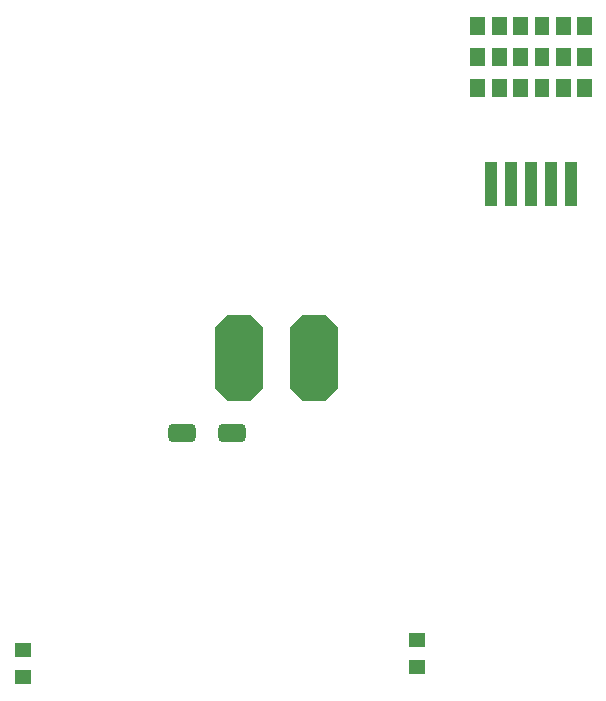
<source format=gtp>
G04*
G04 #@! TF.GenerationSoftware,Altium Limited,Altium Designer,21.3.2 (30)*
G04*
G04 Layer_Color=8421504*
%FSTAX44Y44*%
%MOMM*%
G71*
G04*
G04 #@! TF.SameCoordinates,1521B721-1041-421A-BEC2-2198B3717C83*
G04*
G04*
G04 #@! TF.FilePolarity,Positive*
G04*
G01*
G75*
%ADD20R,1.3970X1.2700*%
G04:AMPARAMS|DCode=21|XSize=2.33mm|YSize=1.55mm|CornerRadius=0.3875mm|HoleSize=0mm|Usage=FLASHONLY|Rotation=180.000|XOffset=0mm|YOffset=0mm|HoleType=Round|Shape=RoundedRectangle|*
%AMROUNDEDRECTD21*
21,1,2.3300,0.7750,0,0,180.0*
21,1,1.5550,1.5500,0,0,180.0*
1,1,0.7750,-0.7775,0.3875*
1,1,0.7750,0.7775,0.3875*
1,1,0.7750,0.7775,-0.3875*
1,1,0.7750,-0.7775,-0.3875*
%
%ADD21ROUNDEDRECTD21*%
G04:AMPARAMS|DCode=22|XSize=7.3mm|YSize=4mm|CornerRadius=0mm|HoleSize=0mm|Usage=FLASHONLY|Rotation=270.000|XOffset=0mm|YOffset=0mm|HoleType=Round|Shape=Octagon|*
%AMOCTAGOND22*
4,1,8,-1.0000,-3.6500,1.0000,-3.6500,2.0000,-2.6500,2.0000,2.6500,1.0000,3.6500,-1.0000,3.6500,-2.0000,2.6500,-2.0000,-2.6500,-1.0000,-3.6500,0.0*
%
%ADD22OCTAGOND22*%

%ADD23R,0.9900X3.7900*%
G36*
X0078587Y008115D02*
X0077337D01*
Y008267D01*
X0078587D01*
Y008115D01*
D02*
G37*
G36*
X0076777D02*
X0075527D01*
Y008267D01*
X0076777D01*
Y008115D01*
D02*
G37*
G36*
X0074967D02*
X0073717D01*
Y008267D01*
X0074967D01*
Y008115D01*
D02*
G37*
G36*
X0078587Y007852D02*
X0077337D01*
Y008004D01*
X0078587D01*
Y007852D01*
D02*
G37*
G36*
X0076777D02*
X0075527D01*
Y008004D01*
X0076777D01*
Y007852D01*
D02*
G37*
G36*
X0074967D02*
X0073717D01*
Y008004D01*
X0074967D01*
Y007852D01*
D02*
G37*
G36*
X0078587Y007589D02*
X0077337D01*
Y007741D01*
X0078587D01*
Y007589D01*
D02*
G37*
G36*
X0076777D02*
X0075527D01*
Y007741D01*
X0076777D01*
Y007589D01*
D02*
G37*
G36*
X0074967D02*
X0073717D01*
Y007741D01*
X0074967D01*
Y007589D01*
D02*
G37*
G36*
X0084017Y008115D02*
X0082767D01*
Y008267D01*
X0084017D01*
Y008115D01*
D02*
G37*
G36*
X0082207D02*
X0080957D01*
Y008267D01*
X0082207D01*
Y008115D01*
D02*
G37*
G36*
X0080397D02*
X0079147D01*
Y008267D01*
X0080397D01*
Y008115D01*
D02*
G37*
G36*
X0084017Y007852D02*
X0082767D01*
Y008004D01*
X0084017D01*
Y007852D01*
D02*
G37*
G36*
X0082207D02*
X0080957D01*
Y008004D01*
X0082207D01*
Y007852D01*
D02*
G37*
G36*
X0080397D02*
X0079147D01*
Y008004D01*
X0080397D01*
Y007852D01*
D02*
G37*
G36*
X0084017Y007589D02*
X0082767D01*
Y007741D01*
X0084017D01*
Y007589D01*
D02*
G37*
G36*
X0082207D02*
X0080957D01*
Y007741D01*
X0082207D01*
Y007589D01*
D02*
G37*
G36*
X0080397D02*
X0079147D01*
Y007741D01*
X0080397D01*
Y007589D01*
D02*
G37*
D20*
X0069215Y0027659D02*
D03*
Y0029945D02*
D03*
X0035814Y0029083D02*
D03*
Y0026797D02*
D03*
D21*
X005357Y0047471D02*
D03*
X00493D02*
D03*
D22*
X0060452Y0053821D02*
D03*
X0054102D02*
D03*
D23*
X0082267Y006853D02*
D03*
X0080567D02*
D03*
X0078867D02*
D03*
X0077167D02*
D03*
X0075467D02*
D03*
M02*

</source>
